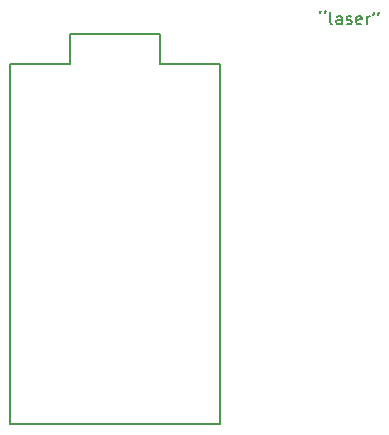
<source format=gto>
%TF.GenerationSoftware,KiCad,Pcbnew,(5.1.10-1-10_14)*%
%TF.CreationDate,2021-10-08T14:04:21+02:00*%
%TF.ProjectId,lazercut,6c617a65-7263-4757-942e-6b696361645f,rev?*%
%TF.SameCoordinates,Original*%
%TF.FileFunction,Legend,Top*%
%TF.FilePolarity,Positive*%
%FSLAX46Y46*%
G04 Gerber Fmt 4.6, Leading zero omitted, Abs format (unit mm)*
G04 Created by KiCad (PCBNEW (5.1.10-1-10_14)) date 2021-10-08 14:04:21*
%MOMM*%
%LPD*%
G01*
G04 APERTURE LIST*
%ADD10C,0.150000*%
%ADD11C,1.600000*%
%ADD12R,1.600000X1.600000*%
%ADD13C,1.750000*%
%ADD14C,3.987800*%
G04 APERTURE END LIST*
D10*
X87598511Y-136818750D02*
X87598511Y-136771130D01*
X87646130Y-136675892D01*
X87693750Y-136628273D01*
X87217559Y-136818750D02*
X87217559Y-136771130D01*
X87265178Y-136675892D01*
X87312797Y-136628273D01*
X88217559Y-137771130D02*
X88122321Y-137723511D01*
X88074702Y-137628273D01*
X88074702Y-136771130D01*
X89027083Y-137771130D02*
X89027083Y-137247321D01*
X88979464Y-137152083D01*
X88884226Y-137104464D01*
X88693750Y-137104464D01*
X88598511Y-137152083D01*
X89027083Y-137723511D02*
X88931845Y-137771130D01*
X88693750Y-137771130D01*
X88598511Y-137723511D01*
X88550892Y-137628273D01*
X88550892Y-137533035D01*
X88598511Y-137437797D01*
X88693750Y-137390178D01*
X88931845Y-137390178D01*
X89027083Y-137342559D01*
X89455654Y-137723511D02*
X89550892Y-137771130D01*
X89741369Y-137771130D01*
X89836607Y-137723511D01*
X89884226Y-137628273D01*
X89884226Y-137580654D01*
X89836607Y-137485416D01*
X89741369Y-137437797D01*
X89598511Y-137437797D01*
X89503273Y-137390178D01*
X89455654Y-137294940D01*
X89455654Y-137247321D01*
X89503273Y-137152083D01*
X89598511Y-137104464D01*
X89741369Y-137104464D01*
X89836607Y-137152083D01*
X90693750Y-137723511D02*
X90598511Y-137771130D01*
X90408035Y-137771130D01*
X90312797Y-137723511D01*
X90265178Y-137628273D01*
X90265178Y-137247321D01*
X90312797Y-137152083D01*
X90408035Y-137104464D01*
X90598511Y-137104464D01*
X90693750Y-137152083D01*
X90741369Y-137247321D01*
X90741369Y-137342559D01*
X90265178Y-137437797D01*
X91169940Y-137771130D02*
X91169940Y-137104464D01*
X91169940Y-137294940D02*
X91217559Y-137199702D01*
X91265178Y-137152083D01*
X91360416Y-137104464D01*
X91455654Y-137104464D01*
X91788988Y-136771130D02*
X91788988Y-136818750D01*
X91741369Y-136913988D01*
X91693750Y-136961607D01*
X92169940Y-136771130D02*
X92169940Y-136818750D01*
X92122321Y-136913988D01*
X92074702Y-136961607D01*
%TO.C,U1*%
X60960000Y-141128750D02*
X60960000Y-171608750D01*
X60960000Y-141128750D02*
X66040000Y-141128750D01*
X66040000Y-141128750D02*
X66040000Y-138588750D01*
X66040000Y-138588750D02*
X73660000Y-138588750D01*
X73660000Y-138588750D02*
X73660000Y-141128750D01*
X73660000Y-141128750D02*
X78740000Y-141128750D01*
X78740000Y-141128750D02*
X78740000Y-171608750D01*
X78740000Y-171608750D02*
X60960000Y-171608750D01*
%TD*%
%LPC*%
D11*
%TO.C,U1*%
X77470000Y-142398750D03*
X77470000Y-144938750D03*
X77470000Y-147478750D03*
X77470000Y-150018750D03*
X77470000Y-152558750D03*
X77470000Y-155098750D03*
X77470000Y-157638750D03*
X77470000Y-160178750D03*
X77470000Y-162718750D03*
X77470000Y-165258750D03*
X77470000Y-167798750D03*
X77470000Y-170338750D03*
X62230000Y-170338750D03*
X62230000Y-167798750D03*
X62230000Y-165258750D03*
X62230000Y-162718750D03*
X62230000Y-160178750D03*
X62230000Y-157638750D03*
X62230000Y-155098750D03*
X62230000Y-152558750D03*
X62230000Y-150018750D03*
X62230000Y-147478750D03*
X62230000Y-144938750D03*
D12*
X62230000Y-142398750D03*
%TD*%
D13*
%TO.C,MX4*%
X133667500Y-163512500D03*
X123507500Y-163512500D03*
D14*
X128587500Y-163512500D03*
%TD*%
D13*
%TO.C,MX3*%
X114617500Y-163512500D03*
X104457500Y-163512500D03*
D14*
X109537500Y-163512500D03*
%TD*%
D13*
%TO.C,MX2*%
X133667500Y-144462500D03*
X123507500Y-144462500D03*
D14*
X128587500Y-144462500D03*
%TD*%
D13*
%TO.C,MX1*%
X114617500Y-144462500D03*
X104457500Y-144462500D03*
D14*
X109537500Y-144462500D03*
%TD*%
M02*

</source>
